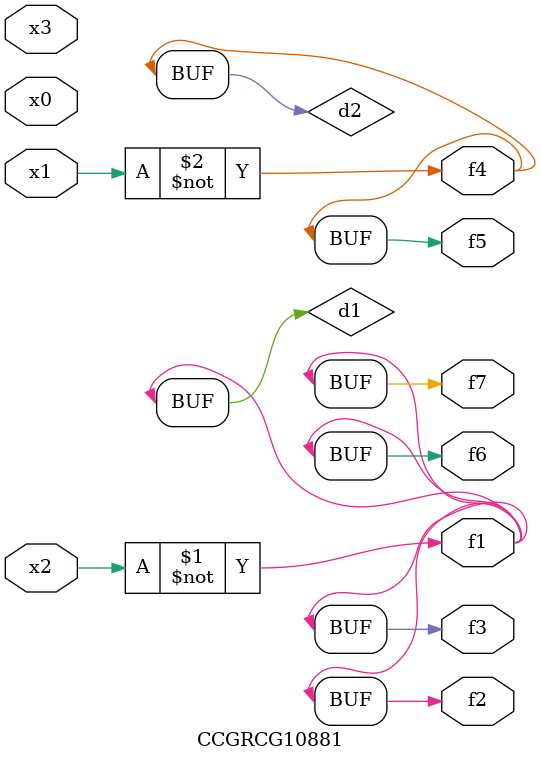
<source format=v>
module CCGRCG10881(
	input x0, x1, x2, x3,
	output f1, f2, f3, f4, f5, f6, f7
);

	wire d1, d2;

	xnor (d1, x2);
	not (d2, x1);
	assign f1 = d1;
	assign f2 = d1;
	assign f3 = d1;
	assign f4 = d2;
	assign f5 = d2;
	assign f6 = d1;
	assign f7 = d1;
endmodule

</source>
